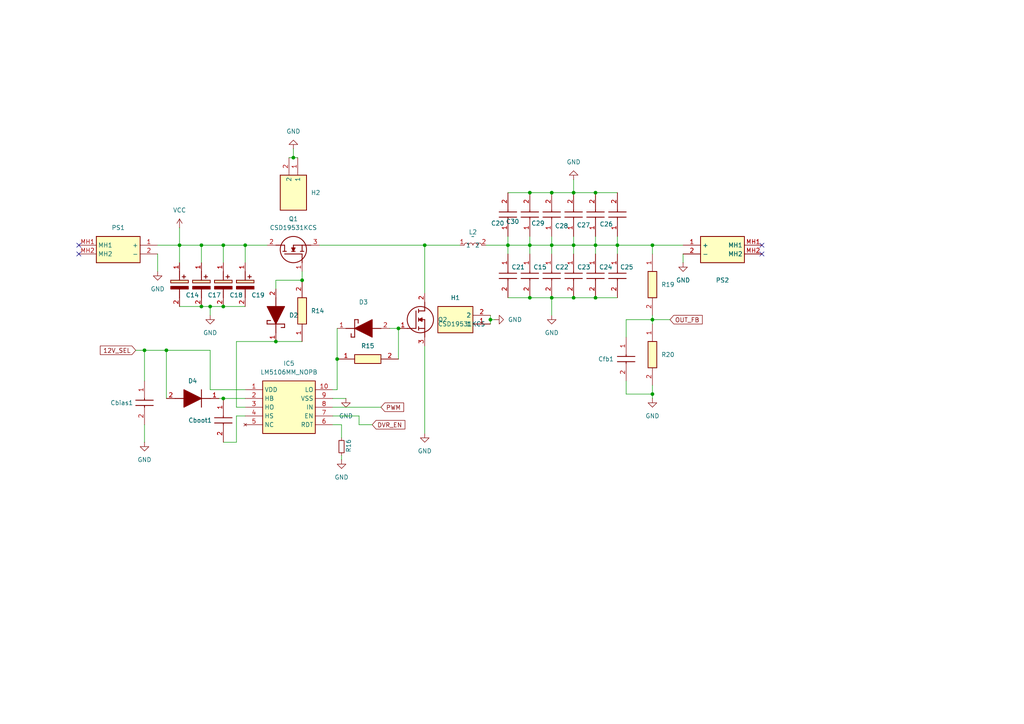
<source format=kicad_sch>
(kicad_sch (version 20250114) (generator "eeschema") (generator_version "9.0")
  (paper "A4")
  (lib_symbols
    (symbol "Device:R_Small" (pin_numbers (hide yes)) (pin_names (offset 0.254) (hide yes))
      (property "Reference" "R" (at 0.762 0.508 0))
      (property "Value" "R_Small" (at 0.762 -1.016 0))
      (symbol "R_Small_0_1"
        (rectangle (start -0.762 1.778) (end 0.762 -1.778) (stroke (width 0.2032)))
      )
      (symbol "R_Small_1_1"
        (pin passive line (at 0 2.54 270) (length 0.762) (name "~") (number "1"))
        (pin passive line (at 0 -2.54 90) (length 0.762) (name "~") (number "2"))
      )
    )
    (symbol "SamacSys_Parts:657-15ABPE"
      (property "Reference" "H" (at 16.51 7.62 0))
      (property "Value" "657-15ABPE" (at 16.51 5.08 0))
      (symbol "657-15ABPE_1_1"
        (rectangle (start 5.08 2.54) (end 15.24 -5.08) (stroke (width 0.254)) (fill (type background)))
        (pin passive line (at 0 0 0) (length 5.08) (name "1") (number "1"))
        (pin passive line (at 0 -2.54 0) (length 5.08) (name "2") (number "2"))
      )
    )
    (symbol "SamacSys_Parts:BAT46W-7-F" (pin_names (hide yes))
      (property "Reference" "D" (at 11.43 5.08 0))
      (property "Value" "BAT46W-7-F" (at 11.43 2.54 0))
      (symbol "BAT46W-7-F_1_1"
        (polyline (pts (xy 2.54 0) (xy 5.08 0)) (stroke (width 0.254)))
        (polyline (pts (xy 5.08 2.54) (xy 5.08 -2.54)) (stroke (width 0.254)))
        (polyline (pts (xy 5.08 0) (xy 10.16 2.54) (xy 10.16 -2.54) (xy 5.08 0)) (stroke (width 0.254)) (fill (type outline)))
        (polyline (pts (xy 10.16 0) (xy 12.7 0)) (stroke (width 0.254)))
        (pin passive line (at 0 0 0) (length 2.54) (name "K") (number "1"))
        (pin passive line (at 15.24 0 180) (length 2.54) (name "A") (number "2"))
      )
    )
    (symbol "SamacSys_Parts:CL21A475KBQNNNE" (pin_names (hide yes))
      (property "Reference" "C" (at 8.89 6.35 0))
      (property "Value" "CL21A475KBQNNNE" (at 8.89 3.81 0))
      (symbol "CL21A475KBQNNNE_1_1"
        (polyline (pts (xy 5.08 0) (xy 5.588 0)) (stroke (width 0.254)))
        (polyline (pts (xy 5.588 2.54) (xy 5.588 -2.54)) (stroke (width 0.254)))
        (polyline (pts (xy 7.112 2.54) (xy 7.112 -2.54)) (stroke (width 0.254)))
        (polyline (pts (xy 7.112 0) (xy 7.62 0)) (stroke (width 0.254)))
        (pin passive line (at 0 0 0) (length 5.08) (name "1") (number "1"))
        (pin passive line (at 12.7 0 180) (length 5.08) (name "2") (number "2"))
      )
    )
    (symbol "SamacSys_Parts:CL31A106KBHNNNE" (pin_names (hide yes))
      (property "Reference" "C" (at 8.89 6.35 0))
      (property "Value" "CL31A106KBHNNNE" (at 8.89 3.81 0))
      (symbol "CL31A106KBHNNNE_1_1"
        (polyline (pts (xy 5.08 0) (xy 5.588 0)) (stroke (width 0.254)))
        (polyline (pts (xy 5.588 2.54) (xy 5.588 -2.54)) (stroke (width 0.254)))
        (polyline (pts (xy 7.112 2.54) (xy 7.112 -2.54)) (stroke (width 0.254)))
        (polyline (pts (xy 7.112 0) (xy 7.62 0)) (stroke (width 0.254)))
        (pin passive line (at 0 0 0) (length 5.08) (name "1") (number "1"))
        (pin passive line (at 12.7 0 180) (length 5.08) (name "2") (number "2"))
      )
    )
    (symbol "SamacSys_Parts:CSD19531KCS" (pin_names (hide yes))
      (property "Reference" "Q" (at 11.43 3.81 0))
      (property "Value" "CSD19531KCS" (at 11.43 1.27 0))
      (symbol "CSD19531KCS_1_1"
        (polyline (pts (xy 2.54 0) (xy 5.08 0)) (stroke (width 0.254)))
        (polyline (pts (xy 5.08 5.08) (xy 5.08 0)) (stroke (width 0.254)))
        (polyline (pts (xy 5.842 5.588) (xy 5.842 4.572)) (stroke (width 0.254)))
        (polyline (pts (xy 5.842 2.54) (xy 6.858 3.048) (xy 6.858 2.032) (xy 5.842 2.54)) (stroke (width 0.254)) (fill (type outline)))
        (polyline (pts (xy 5.842 2.032) (xy 5.842 3.048)) (stroke (width 0.254)))
        (polyline (pts (xy 5.842 0) (xy 7.62 0)) (stroke (width 0.254)))
        (polyline (pts (xy 5.842 -0.508) (xy 5.842 0.508)) (stroke (width 0.254)))
        (circle (center 6.35 2.54) (radius 3.81) (stroke (width 0.254)))
        (polyline (pts (xy 7.62 5.08) (xy 5.842 5.08)) (stroke (width 0.254)))
        (polyline (pts (xy 7.62 5.08) (xy 7.62 7.62)) (stroke (width 0.254)))
        (polyline (pts (xy 7.62 2.54) (xy 5.842 2.54)) (stroke (width 0.254)))
        (polyline (pts (xy 7.62 2.54) (xy 7.62 -2.54)) (stroke (width 0.254)))
        (pin passive line (at 0 0 0) (length 2.54) (name "G") (number "1"))
        (pin passive line (at 7.62 10.16 270) (length 2.54) (name "D") (number "2"))
        (pin passive line (at 7.62 -5.08 90) (length 2.54) (name "S") (number "3"))
      )
    )
    (symbol "SamacSys_Parts:ERJ6ENF4533V" (pin_names (hide yes))
      (property "Reference" "R" (at 13.97 6.35 0))
      (property "Value" "ERJ6ENF4533V" (at 13.97 3.81 0))
      (symbol "ERJ6ENF4533V_1_1"
        (rectangle (start 5.08 1.27) (end 12.7 -1.27) (stroke (width 0.254)) (fill (type background)))
        (pin passive line (at 0 0 0) (length 5.08) (name "1") (number "1"))
        (pin passive line (at 17.78 0 180) (length 5.08) (name "2") (number "2"))
      )
    )
    (symbol "SamacSys_Parts:ERJ8BQF6R2V" (pin_names (hide yes))
      (property "Reference" "R" (at 13.97 6.35 0))
      (property "Value" "ERJ8BQF6R2V" (at 13.97 3.81 0))
      (symbol "ERJ8BQF6R2V_1_1"
        (rectangle (start 5.08 1.27) (end 12.7 -1.27) (stroke (width 0.254)) (fill (type background)))
        (pin passive line (at 0 0 0) (length 5.08) (name "1") (number "1"))
        (pin passive line (at 17.78 0 180) (length 5.08) (name "2") (number "2"))
      )
    )
    (symbol "SamacSys_Parts:GYC1V271MCQ1GS" (pin_names (hide yes))
      (property "Reference" "C" (at 8.89 6.35 0))
      (property "Value" "GYC1V271MCQ1GS" (at 8.89 3.81 0))
      (symbol "GYC1V271MCQ1GS_1_1"
        (polyline (pts (xy 5.08 0) (xy 5.588 0)) (stroke (width 0.254)))
        (polyline (pts (xy 5.588 2.54) (xy 5.588 -2.54)) (stroke (width 0.254)))
        (polyline (pts (xy 7.112 2.54) (xy 7.112 -2.54)) (stroke (width 0.254)))
        (polyline (pts (xy 7.112 0) (xy 7.62 0)) (stroke (width 0.254)))
        (pin passive line (at 0 0 0) (length 5.08) (name "+") (number "1"))
        (pin passive line (at 12.7 0 180) (length 5.08) (name "-") (number "2"))
      )
    )
    (symbol "SamacSys_Parts:LM5106MM_NOPB"
      (property "Reference" "IC" (at 21.59 7.62 0))
      (property "Value" "LM5106MM_NOPB" (at 21.59 5.08 0))
      (symbol "LM5106MM_NOPB_1_1"
        (rectangle (start 5.08 2.54) (end 20.32 -12.7) (stroke (width 0.254)) (fill (type background)))
        (pin passive line (at 0 0 0) (length 5.08) (name "VDD") (number "1"))
        (pin passive line (at 0 -2.54 0) (length 5.08) (name "HB") (number "2"))
        (pin passive line (at 0 -5.08 0) (length 5.08) (name "HO") (number "3"))
        (pin passive line (at 0 -7.62 0) (length 5.08) (name "HS") (number "4"))
        (pin no_connect line (at 0 -10.16 0) (length 5.08) (name "NC") (number "5"))
        (pin passive line (at 25.4 0 180) (length 5.08) (name "LO") (number "10"))
        (pin passive line (at 25.4 -2.54 180) (length 5.08) (name "VSS") (number "9"))
        (pin passive line (at 25.4 -5.08 180) (length 5.08) (name "IN") (number "8"))
        (pin passive line (at 25.4 -7.62 180) (length 5.08) (name "EN") (number "7"))
        (pin passive line (at 25.4 -10.16 180) (length 5.08) (name "RDT") (number "6"))
      )
    )
    (symbol "SamacSys_Parts:SS14_R1_00001" (pin_names (hide yes))
      (property "Reference" "D" (at 12.7 8.89 0))
      (property "Value" "SS14_R1_00001" (at 12.7 6.35 0))
      (symbol "SS14_R1_00001_1_1"
        (polyline (pts (xy 5.08 0) (xy 7.62 0)) (stroke (width 0.254)))
        (polyline (pts (xy 6.604 -1.524) (xy 6.604 -2.54)) (stroke (width 0.254)))
        (polyline (pts (xy 7.62 2.54) (xy 7.62 -2.54)) (stroke (width 0.254)))
        (polyline (pts (xy 7.62 2.54) (xy 8.636 2.54)) (stroke (width 0.254)))
        (polyline (pts (xy 7.62 0) (xy 12.7 2.54) (xy 12.7 -2.54) (xy 7.62 0)) (stroke (width 0.254)) (fill (type outline)))
        (polyline (pts (xy 7.62 -2.54) (xy 6.604 -2.54)) (stroke (width 0.254)))
        (polyline (pts (xy 8.636 1.524) (xy 8.636 2.54)) (stroke (width 0.254)))
        (polyline (pts (xy 12.7 0) (xy 15.24 0)) (stroke (width 0.254)))
        (pin passive line (at 2.54 0 0) (length 2.54) (name "K") (number "1"))
        (pin passive line (at 17.78 0 180) (length 2.54) (name "A") (number "2"))
      )
    )
    (symbol "SamacSys_Parts:UCS2C221MHD" (pin_names (hide yes))
      (property "Reference" "C" (at 8.89 6.35 0))
      (property "Value" "UCS2C221MHD" (at 8.89 3.81 0))
      (symbol "UCS2C221MHD_1_1"
        (polyline (pts (xy 2.54 0) (xy 5.08 0)) (stroke (width 0.254)))
        (polyline (pts (xy 4.064 1.778) (xy 4.064 0.762)) (stroke (width 0.254)))
        (polyline (pts (xy 4.572 1.27) (xy 3.556 1.27)) (stroke (width 0.254)))
        (rectangle (start 5.08 2.54) (end 5.842 -2.54) (stroke (width 0.254)) (fill (type background)))
        (polyline (pts (xy 7.62 2.54) (xy 7.62 -2.54) (xy 6.858 -2.54) (xy 6.858 2.54) (xy 7.62 2.54)) (stroke (width 0.254)) (fill (type outline)))
        (polyline (pts (xy 7.62 0) (xy 10.16 0)) (stroke (width 0.254)))
        (pin passive line (at 0 0 0) (length 2.54) (name "+") (number "1"))
        (pin passive line (at 12.7 0 180) (length 2.54) (name "-") (number "2"))
      )
    )
    (symbol "SamacSys_Parts:XT60PW-M"
      (property "Reference" "PS" (at 19.05 7.62 0))
      (property "Value" "XT60PW-M" (at 19.05 5.08 0))
      (symbol "XT60PW-M_1_1"
        (rectangle (start 5.08 2.54) (end 17.78 -5.08) (stroke (width 0.254)) (fill (type background)))
        (pin passive line (at 0 0 0) (length 5.08) (name "MH1") (number "MH1"))
        (pin passive line (at 0 -2.54 0) (length 5.08) (name "MH2") (number "MH2"))
        (pin passive line (at 22.86 0 180) (length 5.08) (name "+") (number "1"))
        (pin passive line (at 22.86 -2.54 180) (length 5.08) (name "-") (number "2"))
      )
    )
    (symbol "SamacSys_Parts:cewka"
      (property "Reference" "L" (at 0 0 0))
      (symbol "cewka_0_1"
        (arc (start -2.54 -2.54) (mid -1.905 -1.9077) (end -1.27 -2.54))
        (arc (start -1.27 -2.54) (mid -0.635 -1.9077) (end 0 -2.54))
        (arc (start 0 -2.54) (mid 0.635 -1.9077) (end 1.27 -2.54))
        (arc (start 1.27 -2.54) (mid 1.905 -1.9077) (end 2.54 -2.54))
      )
      (symbol "cewka_1_1"
        (pin passive line (at -3.81 -2.54 0) (length 1.27) (name "1") (number "1"))
        (pin passive line (at 3.81 -2.54 180) (length 1.27) (name "2") (number "2"))
      )
    )
    (symbol "power:GND" (power) (pin_numbers (hide yes)) (pin_names (offset 0) (hide yes))
      (property "Value" "GND" (at 0 -3.81 0))
      (symbol "GND_0_1"
        (polyline (pts (xy 0 0) (xy 0 -1.27) (xy 1.27 -1.27) (xy 0 -2.54) (xy -1.27 -1.27) (xy 0 -1.27)))
      )
      (symbol "GND_1_1"
        (pin power_in line (at 0 0 270) (length 0) (name "~") (number "1"))
      )
    )
    (symbol "power:VCC" (power) (pin_numbers (hide yes)) (pin_names (offset 0) (hide yes))
      (property "Value" "VCC" (at 0 3.556 0))
      (symbol "VCC_0_1"
        (polyline (pts (xy -0.762 1.27) (xy 0 2.54)))
        (polyline (pts (xy 0 2.54) (xy 0.762 1.27)))
        (polyline (pts (xy 0 0) (xy 0 2.54)))
      )
      (symbol "VCC_1_1"
        (pin power_in line (at 0 0 90) (length 0) (name "~") (number "1"))
      )
    )
  )
  (junction (at 142.24 92.71))
  (junction (at 189.23 71.12))
  (junction (at 153.67 86.36))
  (junction (at 52.07 71.12))
  (junction (at 85.09 45.72))
  (junction (at 60.96 88.9))
  (junction (at 172.72 86.36))
  (junction (at 97.79 104.14))
  (junction (at 160.02 55.88))
  (junction (at 189.23 92.71))
  (junction (at 166.37 71.12))
  (junction (at 189.23 114.3))
  (junction (at 41.91 101.6))
  (junction (at 64.77 115.57))
  (junction (at 64.77 71.12))
  (junction (at 160.02 71.12))
  (junction (at 64.77 88.9))
  (junction (at 58.42 71.12))
  (junction (at 48.26 101.6))
  (junction (at 179.07 71.12))
  (junction (at 87.63 81.28))
  (junction (at 147.32 71.12))
  (junction (at 153.67 71.12))
  (junction (at 172.72 55.88))
  (junction (at 172.72 71.12))
  (junction (at 123.19 71.12))
  (junction (at 58.42 88.9))
  (junction (at 115.57 95.25))
  (junction (at 71.12 71.12))
  (junction (at 160.02 86.36))
  (junction (at 153.67 55.88))
  (junction (at 166.37 86.36))
  (junction (at 166.37 55.88))
  (junction (at 80.01 99.06))
  (no_connect (at 22.86 73.66))
  (no_connect (at 220.98 73.66))
  (no_connect (at 220.98 71.12))
  (no_connect (at 22.86 71.12))
  (wire (pts (xy 87.63 78.74) (xy 87.63 81.28)))
  (wire (pts (xy 172.72 71.12) (xy 172.72 73.66)))
  (wire (pts (xy 96.52 118.11) (xy 110.49 118.11)))
  (wire (pts (xy 160.02 86.36) (xy 160.02 91.44)))
  (wire (pts (xy 123.19 71.12) (xy 133.35 71.12)))
  (wire (pts (xy 52.07 71.12) (xy 58.42 71.12)))
  (wire (pts (xy 166.37 52.07) (xy 166.37 55.88)))
  (wire (pts (xy 60.96 113.03) (xy 71.12 113.03)))
  (wire (pts (xy 160.02 71.12) (xy 160.02 73.66)))
  (wire (pts (xy 39.37 101.6) (xy 41.91 101.6)))
  (wire (pts (xy 153.67 71.12) (xy 153.67 73.66)))
  (wire (pts (xy 153.67 86.36) (xy 160.02 86.36)))
  (wire (pts (xy 166.37 86.36) (xy 172.72 86.36)))
  (wire (pts (xy 147.32 71.12) (xy 147.32 68.58)))
  (wire (pts (xy 85.09 45.72) (xy 86.36 45.72)))
  (wire (pts (xy 179.07 71.12) (xy 189.23 71.12)))
  (wire (pts (xy 71.12 118.11) (xy 68.58 118.11)))
  (wire (pts (xy 80.01 99.06) (xy 87.63 99.06)))
  (wire (pts (xy 140.97 71.12) (xy 147.32 71.12)))
  (wire (pts (xy 97.79 95.25) (xy 97.79 104.14)))
  (wire (pts (xy 60.96 101.6) (xy 60.96 113.03)))
  (wire (pts (xy 142.24 92.71) (xy 143.51 92.71)))
  (wire (pts (xy 147.32 55.88) (xy 153.67 55.88)))
  (wire (pts (xy 179.07 68.58) (xy 179.07 71.12)))
  (wire (pts (xy 60.96 88.9) (xy 60.96 91.44)))
  (wire (pts (xy 41.91 128.27) (xy 41.91 123.19)))
  (wire (pts (xy 68.58 99.06) (xy 68.58 118.11)))
  (wire (pts (xy 58.42 71.12) (xy 58.42 76.2)))
  (wire (pts (xy 153.67 68.58) (xy 153.67 71.12)))
  (wire (pts (xy 160.02 55.88) (xy 166.37 55.88)))
  (wire (pts (xy 115.57 104.14) (xy 115.57 95.25)))
  (wire (pts (xy 160.02 71.12) (xy 166.37 71.12)))
  (wire (pts (xy 104.14 123.19) (xy 104.14 120.65)))
  (wire (pts (xy 198.12 76.2) (xy 198.12 73.66)))
  (wire (pts (xy 142.24 92.71) (xy 142.24 93.98)))
  (wire (pts (xy 92.71 71.12) (xy 123.19 71.12)))
  (wire (pts (xy 172.72 86.36) (xy 179.07 86.36)))
  (wire (pts (xy 181.61 92.71) (xy 189.23 92.71)))
  (wire (pts (xy 142.24 91.44) (xy 142.24 92.71)))
  (wire (pts (xy 52.07 88.9) (xy 58.42 88.9)))
  (wire (pts (xy 104.14 120.65) (xy 96.52 120.65)))
  (wire (pts (xy 64.77 128.27) (xy 68.58 128.27)))
  (wire (pts (xy 48.26 101.6) (xy 48.26 115.57)))
  (wire (pts (xy 64.77 71.12) (xy 64.77 76.2)))
  (wire (pts (xy 172.72 55.88) (xy 179.07 55.88)))
  (wire (pts (xy 160.02 86.36) (xy 166.37 86.36)))
  (wire (pts (xy 96.52 123.19) (xy 99.06 123.19)))
  (wire (pts (xy 60.96 88.9) (xy 64.77 88.9)))
  (wire (pts (xy 166.37 68.58) (xy 166.37 71.12)))
  (wire (pts (xy 104.14 123.19) (xy 107.95 123.19)))
  (wire (pts (xy 71.12 71.12) (xy 77.47 71.12)))
  (wire (pts (xy 123.19 71.12) (xy 123.19 85.09)))
  (wire (pts (xy 64.77 115.57) (xy 71.12 115.57)))
  (wire (pts (xy 189.23 114.3) (xy 189.23 111.76)))
  (wire (pts (xy 96.52 115.57) (xy 100.33 115.57)))
  (wire (pts (xy 52.07 66.04) (xy 52.07 71.12)))
  (wire (pts (xy 97.79 104.14) (xy 97.79 113.03)))
  (wire (pts (xy 41.91 101.6) (xy 41.91 110.49)))
  (wire (pts (xy 45.72 71.12) (xy 52.07 71.12)))
  (wire (pts (xy 181.61 114.3) (xy 189.23 114.3)))
  (wire (pts (xy 189.23 92.71) (xy 194.31 92.71)))
  (wire (pts (xy 166.37 71.12) (xy 172.72 71.12)))
  (wire (pts (xy 52.07 71.12) (xy 52.07 76.2)))
  (wire (pts (xy 99.06 123.19) (xy 99.06 127)))
  (wire (pts (xy 172.72 71.12) (xy 179.07 71.12)))
  (wire (pts (xy 147.32 86.36) (xy 153.67 86.36)))
  (wire (pts (xy 147.32 71.12) (xy 147.32 73.66)))
  (wire (pts (xy 45.72 78.74) (xy 45.72 73.66)))
  (wire (pts (xy 189.23 71.12) (xy 189.23 73.66)))
  (wire (pts (xy 48.26 101.6) (xy 60.96 101.6)))
  (wire (pts (xy 68.58 99.06) (xy 80.01 99.06)))
  (wire (pts (xy 147.32 71.12) (xy 153.67 71.12)))
  (wire (pts (xy 58.42 88.9) (xy 60.96 88.9)))
  (wire (pts (xy 123.19 100.33) (xy 123.19 125.73)))
  (wire (pts (xy 166.37 55.88) (xy 172.72 55.88)))
  (wire (pts (xy 160.02 68.58) (xy 160.02 71.12)))
  (wire (pts (xy 63.5 115.57) (xy 64.77 115.57)))
  (wire (pts (xy 80.01 83.82) (xy 80.01 81.28)))
  (wire (pts (xy 64.77 88.9) (xy 71.12 88.9)))
  (wire (pts (xy 80.01 81.28) (xy 87.63 81.28)))
  (wire (pts (xy 166.37 71.12) (xy 166.37 73.66)))
  (wire (pts (xy 97.79 113.03) (xy 96.52 113.03)))
  (wire (pts (xy 68.58 120.65) (xy 68.58 128.27)))
  (wire (pts (xy 189.23 71.12) (xy 198.12 71.12)))
  (wire (pts (xy 189.23 91.44) (xy 189.23 92.71)))
  (wire (pts (xy 179.07 71.12) (xy 179.07 73.66)))
  (wire (pts (xy 153.67 55.88) (xy 160.02 55.88)))
  (wire (pts (xy 181.61 97.79) (xy 181.61 92.71)))
  (wire (pts (xy 41.91 101.6) (xy 48.26 101.6)))
  (wire (pts (xy 85.09 43.18) (xy 85.09 45.72)))
  (wire (pts (xy 71.12 71.12) (xy 71.12 76.2)))
  (wire (pts (xy 71.12 120.65) (xy 68.58 120.65)))
  (wire (pts (xy 172.72 68.58) (xy 172.72 71.12)))
  (wire (pts (xy 83.82 45.72) (xy 85.09 45.72)))
  (wire (pts (xy 189.23 115.57) (xy 189.23 114.3)))
  (wire (pts (xy 99.06 133.35) (xy 99.06 132.08)))
  (wire (pts (xy 64.77 71.12) (xy 71.12 71.12)))
  (wire (pts (xy 189.23 92.71) (xy 189.23 93.98)))
  (wire (pts (xy 58.42 71.12) (xy 64.77 71.12)))
  (wire (pts (xy 113.03 95.25) (xy 115.57 95.25)))
  (wire (pts (xy 181.61 110.49) (xy 181.61 114.3)))
  (wire (pts (xy 153.67 71.12) (xy 160.02 71.12)))
  (global_label "OUT_FB" (shape input) (at 194.31 92.71 0) (property "Intersheetrefs" "${INTERSHEET_REFS}" (effects (hide yes))))
  (global_label "PWM" (shape input) (at 110.49 118.11 0) (property "Intersheetrefs" "${INTERSHEET_REFS}" (effects (hide yes))))
  (global_label "12V_SEL" (shape input) (at 39.37 101.6 180) (property "Intersheetrefs" "${INTERSHEET_REFS}" (effects (hide yes))))
  (global_label "DVR_EN" (shape input) (at 107.95 123.19 0) (property "Intersheetrefs" "${INTERSHEET_REFS}" (effects (hide yes))))
  (symbol (lib_id "power:GND") (at 41.91 128.27 0) (unit 1)
    (property "Reference" "#PWR055" (effects (hide yes)))
    (property "Value" "GND" (at 41.91 133.35 0))
    (property "Description" "Power symbol creates a global label with name \"GND\" , ground" (effects (hide yes)))
  )
  (symbol (lib_id "SamacSys_Parts:CSD19531KCS") (at 87.63 78.74 90) (unit 1)
    (property "Reference" "Q1" (at 85.09 63.5 90))
    (property "Value" "CSD19531KCS" (at 85.09 66.04 90))
    (property "Footprint" "TO254P470X1016X1965-3P" (effects (hide yes)))
    (property "Datasheet" "http://www.ti.com/lit/gpn/csd19531kcs" (effects (hide yes)))
    (property "Description" "Texas Instruments CSD19531KCS N-channel MOSFET Transistor, 110 A, 100 V, 3-Pin TO-220" (effects (hide yes)))
    (property "Height" "4.7" (effects (hide yes)))
    (property "Manufacturer_Name" "Texas Instruments" (effects (hide yes)))
    (property "Manufacturer_Part_Number" "CSD19531KCS" (effects (hide yes)))
  )
  (symbol (lib_id "SamacSys_Parts:657-15ABPE") (at 142.24 93.98 180) (unit 1)
    (property "Reference" "H1" (at 132.08 86.36 0))
    (property "Value" "657-15ABPE" (effects (hide yes)))
    (property "Footprint" "65715ABPE" (effects (hide yes)))
    (property "Datasheet" "http://www.wakefield-vette.com/Portals/0/resources/datasheets/657.pdf" (effects (hide yes)))
    (property "Description" "Heat Sinks High Performance Heat Sink for Vertical Board Mounting for TO-220, TO-227, TO-218, 63.5mm Height" (effects (hide yes)))
    (property "Height" "38.1" (effects (hide yes)))
    (property "Manufacturer_Name" "Wakefield Thermal" (effects (hide yes)))
    (property "Manufacturer_Part_Number" "657-15ABPE" (effects (hide yes)))
  )
  (symbol (lib_id "SamacSys_Parts:SS14_R1_00001") (at 95.25 95.25 0) (unit 1)
    (property "Reference" "D3" (at 105.41 87.63 0))
    (property "Value" "SS14_R1_00001" (effects (hide yes)))
    (property "Footprint" "DIOM5027X244N" (effects (hide yes)))
    (property "Datasheet" "https://www.mouser.co.uk/datasheet/2/1057/SS12_SERIES-1877093.pdf" (effects (hide yes)))
    (property "Description" "Schottky Diodes & Rectifiers PJ/SS14/TR/7\"/HF/1.8K/SMA/SKY/SMD/SSM-10AH/SSM10-QI11/PJ///" (effects (hide yes)))
    (property "Height" "2.44" (effects (hide yes)))
    (property "Manufacturer_Name" "PANJIT" (effects (hide yes)))
    (property "Manufacturer_Part_Number" "SS14_R1_00001" (effects (hide yes)))
  )
  (symbol (lib_id "power:GND") (at 45.72 78.74 0) (unit 1)
    (property "Reference" "#PWR054" (effects (hide yes)))
    (property "Value" "GND" (at 45.72 83.82 0))
    (property "Description" "Power symbol creates a global label with name \"GND\" , ground" (effects (hide yes)))
  )
  (symbol (lib_id "SamacSys_Parts:UCS2C221MHD") (at 71.12 76.2 270) (unit 1)
    (property "Reference" "C19" (at 72.898 85.598 90) (effects (justify left)))
    (property "Value" "UCS2C221MHD" (effects (hide yes)))
    (property "Footprint" "CAPPRD750W80D1600H2650" (effects (hide yes)))
    (property "Datasheet" "http://products.nichicon.co.jp/en/pdf/XJA043/e-ucs.pdf" (effects (hide yes)))
    (property "Description" "Al cap Radial CS series 160V 220uF Nichicon Aluminium Electrolytic Capacitor 220uF 160 V dc 16mm Through Hole series CS lifetime 10000h" (effects (hide yes)))
    (property "Height" "26.5" (effects (hide yes)))
    (property "Manufacturer_Name" "Nichicon" (effects (hide yes)))
    (property "Manufacturer_Part_Number" "UCS2C221MHD" (effects (hide yes)))
  )
  (symbol (lib_id "SamacSys_Parts:CL31A106KBHNNNE") (at 172.72 68.58 90) (unit 1)
    (property "Reference" "C27" (at 171.196 65.278 90) (effects (justify left)))
    (property "Value" "CL31A106KBHNNNE" (effects (hide yes)))
    (property "Footprint" "CAPC3216X180N" (effects (hide yes)))
    (property "Datasheet" "https://datasheet.datasheetarchive.com/originals/distributors/Datasheets_SAMA/08745f6325ae1679773301b11fb0567f.pdf" (effects (hide yes)))
    (property "Description" "Samsung Multi-layer Ceramic Capacitor, 1206, 10uF, 50V" (effects (hide yes)))
    (property "Height" "1.8" (effects (hide yes)))
    (property "Manufacturer_Name" "SAMSUNG" (effects (hide yes)))
    (property "Manufacturer_Part_Number" "CL31A106KBHNNNE" (effects (hide yes)))
  )
  (symbol (lib_id "SamacSys_Parts:XT60PW-M") (at 220.98 71.12 0) (mirror y) (unit 1)
    (property "Reference" "PS2" (at 209.55 81.28 0))
    (property "Value" "XT60PW-M" (effects (hide yes)))
    (property "Footprint" "XT60PWM" (effects (hide yes)))
    (property "Datasheet" "https://www.tme.eu/Document/b13629717d44ae038681dba08d18c0b6/XT60PW-M.pdf" (effects (hide yes)))
    (property "Description" "Socket; DC supply; XT60; male; PIN: 2; on PCBs; THT; yellow; 30A; 500V" (effects (hide yes)))
    (property "Height" "8.4" (effects (hide yes)))
    (property "Manufacturer_Name" "Changzhou Amass Elec" (effects (hide yes)))
    (property "Manufacturer_Part_Number" "XT60PW-M" (effects (hide yes)))
  )
  (symbol (lib_id "SamacSys_Parts:CL31A106KBHNNNE") (at 179.07 68.58 90) (unit 1)
    (property "Reference" "C26" (at 177.8 65.024 90) (effects (justify left)))
    (property "Value" "CL31A106KBHNNNE" (effects (hide yes)))
    (property "Footprint" "CAPC3216X180N" (effects (hide yes)))
    (property "Datasheet" "https://datasheet.datasheetarchive.com/originals/distributors/Datasheets_SAMA/08745f6325ae1679773301b11fb0567f.pdf" (effects (hide yes)))
    (property "Description" "Samsung Multi-layer Ceramic Capacitor, 1206, 10uF, 50V" (effects (hide yes)))
    (property "Height" "1.8" (effects (hide yes)))
    (property "Manufacturer_Name" "SAMSUNG" (effects (hide yes)))
    (property "Manufacturer_Part_Number" "CL31A106KBHNNNE" (effects (hide yes)))
  )
  (symbol (lib_id "power:GND") (at 198.12 76.2 0) (unit 1)
    (property "Reference" "#PWR053" (effects (hide yes)))
    (property "Value" "GND" (at 198.12 81.28 0))
    (property "Description" "Power symbol creates a global label with name \"GND\" , ground" (effects (hide yes)))
  )
  (symbol (lib_id "power:VCC") (at 52.07 66.04 0) (unit 1)
    (property "Reference" "#PWR057" (effects (hide yes)))
    (property "Value" "VCC" (at 52.07 60.96 0))
    (property "Description" "Power symbol creates a global label with name \"VCC\"" (effects (hide yes)))
  )
  (symbol (lib_id "SamacSys_Parts:UCS2C221MHD") (at 58.42 76.2 270) (unit 1)
    (property "Reference" "C17" (at 60.198 85.598 90) (effects (justify left)))
    (property "Value" "UCS2C221MHD" (effects (hide yes)))
    (property "Footprint" "CAPPRD750W80D1600H2650" (effects (hide yes)))
    (property "Datasheet" "http://products.nichicon.co.jp/en/pdf/XJA043/e-ucs.pdf" (effects (hide yes)))
    (property "Description" "Al cap Radial CS series 160V 220uF Nichicon Aluminium Electrolytic Capacitor 220uF 160 V dc 16mm Through Hole series CS lifetime 10000h" (effects (hide yes)))
    (property "Height" "26.5" (effects (hide yes)))
    (property "Manufacturer_Name" "Nichicon" (effects (hide yes)))
    (property "Manufacturer_Part_Number" "UCS2C221MHD" (effects (hide yes)))
  )
  (symbol (lib_id "Device:R_Small") (at 99.06 129.54 0) (unit 1)
    (property "Reference" "R16" (at 101.092 129.286 90))
    (property "Value" "10k" (effects (hide yes)))
    (property "Footprint" "Resistor_SMD:R_0805_2012Metric_Pad1.20x1.40mm_HandSolder" (effects (hide yes)))
    (property "Description" "Resistor, small symbol" (effects (hide yes)))
  )
  (symbol (lib_id "power:GND") (at 189.23 115.57 0) (unit 1)
    (property "Reference" "#PWR052" (effects (hide yes)))
    (property "Value" "GND" (at 189.23 120.65 0))
    (property "Description" "Power symbol creates a global label with name \"GND\" , ground" (effects (hide yes)))
  )
  (symbol (lib_id "SamacSys_Parts:ERJ6ENF4533V") (at 189.23 73.66 270) (unit 1)
    (property "Reference" "R19" (at 191.77 82.5499 90) (effects (justify left)))
    (property "Value" "ERJ6ENF4533V" (effects (hide yes)))
    (property "Footprint" "ERJ6ENF1000V" (effects (hide yes)))
    (property "Description" "PANASONIC - ERJ6ENF4533V - RES, 453K, 1%, 0.125W, 0805, THICK FILM" (effects (hide yes)))
    (property "Height" "0.7" (effects (hide yes)))
    (property "Manufacturer_Name" "Panasonic" (effects (hide yes)))
    (property "Manufacturer_Part_Number" "ERJ6ENF4533V" (effects (hide yes)))
  )
  (symbol (lib_id "SamacSys_Parts:GYC1V271MCQ1GS") (at 147.32 68.58 90) (unit 1)
    (property "Reference" "C20" (at 146.304 64.77 90) (effects (justify left)))
    (property "Value" "GYC1V271MCQ1GS" (effects (hide yes)))
    (property "Footprint" "CAPAE1030X1080N" (effects (hide yes)))
    (property "Datasheet" "https://www.nichicon.co.jp/english/series_items/catalog_pdf/e-gyc.pdf" (effects (hide yes)))
    (property "Description" "Aluminum Organic Polymer Capacitors 35VDC 270uF 20% AEC-Q200" (effects (hide yes)))
    (property "Height" "10.8" (effects (hide yes)))
    (property "Manufacturer_Name" "Nichicon" (effects (hide yes)))
    (property "Manufacturer_Part_Number" "GYC1V271MCQ1GS" (effects (hide yes)))
  )
  (symbol (lib_id "power:GND") (at 99.06 133.35 0) (unit 1)
    (property "Reference" "#PWR049" (effects (hide yes)))
    (property "Value" "GND" (at 99.06 138.43 0))
    (property "Description" "Power symbol creates a global label with name \"GND\" , ground" (effects (hide yes)))
  )
  (symbol (lib_id "SamacSys_Parts:XT60PW-M") (at 22.86 71.12 0) (unit 1)
    (property "Reference" "PS1" (at 34.29 66.04 0))
    (property "Value" "XT60PW-M" (effects (hide yes)))
    (property "Footprint" "XT60PWM" (effects (hide yes)))
    (property "Datasheet" "https://www.tme.eu/Document/b13629717d44ae038681dba08d18c0b6/XT60PW-M.pdf" (effects (hide yes)))
    (property "Description" "Socket; DC supply; XT60; male; PIN: 2; on PCBs; THT; yellow; 30A; 500V" (effects (hide yes)))
    (property "Height" "8.4" (effects (hide yes)))
    (property "Manufacturer_Name" "Changzhou Amass Elec" (effects (hide yes)))
    (property "Manufacturer_Part_Number" "XT60PW-M" (effects (hide yes)))
  )
  (symbol (lib_id "SamacSys_Parts:ERJ8BQF6R2V") (at 87.63 99.06 90) (unit 1)
    (property "Reference" "R14" (at 90.17 90.1699 90) (effects (justify right)))
    (property "Value" "ERJ8BQF6R2V" (effects (hide yes)))
    (property "Footprint" "RESC3116X70N" (effects (hide yes)))
    (property "Description" "Panasonic ERJ8BQ Series Thick Film Low Ohmic Surface Mount Resistor 1206 Case 6.2 +/-1% 0.33W +/-200ppm/C" (effects (hide yes)))
    (property "Height" "0.7" (effects (hide yes)))
    (property "Manufacturer_Name" "Panasonic" (effects (hide yes)))
    (property "Manufacturer_Part_Number" "ERJ8BQF6R2V" (effects (hide yes)))
  )
  (symbol (lib_id "SamacSys_Parts:UCS2C221MHD") (at 64.77 76.2 270) (unit 1)
    (property "Reference" "C18" (at 66.548 85.598 90) (effects (justify left)))
    (property "Value" "UCS2C221MHD" (effects (hide yes)))
    (property "Footprint" "CAPPRD750W80D1600H2650" (effects (hide yes)))
    (property "Datasheet" "http://products.nichicon.co.jp/en/pdf/XJA043/e-ucs.pdf" (effects (hide yes)))
    (property "Description" "Al cap Radial CS series 160V 220uF Nichicon Aluminium Electrolytic Capacitor 220uF 160 V dc 16mm Through Hole series CS lifetime 10000h" (effects (hide yes)))
    (property "Height" "26.5" (effects (hide yes)))
    (property "Manufacturer_Name" "Nichicon" (effects (hide yes)))
    (property "Manufacturer_Part_Number" "UCS2C221MHD" (effects (hide yes)))
  )
  (symbol (lib_id "power:GND") (at 160.02 91.44 0) (unit 1)
    (property "Reference" "#PWR051" (effects (hide yes)))
    (property "Value" "GND" (at 160.02 96.52 0))
    (property "Description" "Power symbol creates a global label with name \"GND\" , ground" (effects (hide yes)))
  )
  (symbol (lib_id "power:GND") (at 123.19 125.73 0) (unit 1)
    (property "Reference" "#PWR048" (effects (hide yes)))
    (property "Value" "GND" (at 123.19 130.81 0))
    (property "Description" "Power symbol creates a global label with name \"GND\" , ground" (effects (hide yes)))
  )
  (symbol (lib_id "SamacSys_Parts:CL31A106KBHNNNE") (at 153.67 68.58 90) (unit 1)
    (property "Reference" "C30" (at 150.622 64.262 90) (effects (justify left)))
    (property "Value" "CL31A106KBHNNNE" (effects (hide yes)))
    (property "Footprint" "CAPC3216X180N" (effects (hide yes)))
    (property "Datasheet" "https://datasheet.datasheetarchive.com/originals/distributors/Datasheets_SAMA/08745f6325ae1679773301b11fb0567f.pdf" (effects (hide yes)))
    (property "Description" "Samsung Multi-layer Ceramic Capacitor, 1206, 10uF, 50V" (effects (hide yes)))
    (property "Height" "1.8" (effects (hide yes)))
    (property "Manufacturer_Name" "SAMSUNG" (effects (hide yes)))
    (property "Manufacturer_Part_Number" "CL31A106KBHNNNE" (effects (hide yes)))
  )
  (symbol (lib_id "power:GND") (at 143.51 92.71 90) (unit 1)
    (property "Reference" "#PWR059" (effects (hide yes)))
    (property "Value" "GND" (at 147.32 92.7099 90) (effects (justify right)))
    (property "Description" "Power symbol creates a global label with name \"GND\" , ground" (effects (hide yes)))
  )
  (symbol (lib_id "SamacSys_Parts:CL31A106KBHNNNE") (at 153.67 73.66 270) (unit 1)
    (property "Reference" "C15" (at 154.686 77.47 90) (effects (justify left)))
    (property "Value" "CL31A106KBHNNNE" (effects (hide yes)))
    (property "Footprint" "CAPC3216X180N" (effects (hide yes)))
    (property "Datasheet" "https://datasheet.datasheetarchive.com/originals/distributors/Datasheets_SAMA/08745f6325ae1679773301b11fb0567f.pdf" (effects (hide yes)))
    (property "Description" "Samsung Multi-layer Ceramic Capacitor, 1206, 10uF, 50V" (effects (hide yes)))
    (property "Height" "1.8" (effects (hide yes)))
    (property "Manufacturer_Name" "SAMSUNG" (effects (hide yes)))
    (property "Manufacturer_Part_Number" "CL31A106KBHNNNE" (effects (hide yes)))
  )
  (symbol (lib_id "SamacSys_Parts:UCS2C221MHD") (at 52.07 76.2 270) (unit 1)
    (property "Reference" "C14" (at 53.848 85.598 90) (effects (justify left)))
    (property "Value" "UCS2C221MHD" (effects (hide yes)))
    (property "Footprint" "CAPPRD750W80D1600H2650" (effects (hide yes)))
    (property "Datasheet" "http://products.nichicon.co.jp/en/pdf/XJA043/e-ucs.pdf" (effects (hide yes)))
    (property "Description" "Al cap Radial CS series 160V 220uF Nichicon Aluminium Electrolytic Capacitor 220uF 160 V dc 16mm Through Hole series CS lifetime 10000h" (effects (hide yes)))
    (property "Height" "26.5" (effects (hide yes)))
    (property "Manufacturer_Name" "Nichicon" (effects (hide yes)))
    (property "Manufacturer_Part_Number" "UCS2C221MHD" (effects (hide yes)))
  )
  (symbol (lib_id "SamacSys_Parts:CL31A106KBHNNNE") (at 179.07 73.66 270) (unit 1)
    (property "Reference" "C25" (at 179.832 77.47 90) (effects (justify left)))
    (property "Value" "CL31A106KBHNNNE" (effects (hide yes)))
    (property "Footprint" "CAPC3216X180N" (effects (hide yes)))
    (property "Datasheet" "https://datasheet.datasheetarchive.com/originals/distributors/Datasheets_SAMA/08745f6325ae1679773301b11fb0567f.pdf" (effects (hide yes)))
    (property "Description" "Samsung Multi-layer Ceramic Capacitor, 1206, 10uF, 50V" (effects (hide yes)))
    (property "Height" "1.8" (effects (hide yes)))
    (property "Manufacturer_Name" "SAMSUNG" (effects (hide yes)))
    (property "Manufacturer_Part_Number" "CL31A106KBHNNNE" (effects (hide yes)))
  )
  (symbol (lib_id "SamacSys_Parts:LM5106MM_NOPB") (at 71.12 113.03 0) (unit 1)
    (property "Reference" "IC5" (at 83.82 105.41 0))
    (property "Value" "LM5106MM_NOPB" (at 83.82 107.95 0))
    (property "Footprint" "SOP50P490X110-10N" (effects (hide yes)))
    (property "Datasheet" "http://www.ti.com/lit/gpn/lm5106" (effects (hide yes)))
    (property "Description" "100V Half Bridge Gate Driver with Programmable Dead-Time" (effects (hide yes)))
    (property "Height" "1.1" (effects (hide yes)))
    (property "Manufacturer_Name" "Texas Instruments" (effects (hide yes)))
    (property "Manufacturer_Part_Number" "LM5106MM/NOPB" (effects (hide yes)))
  )
  (symbol (lib_id "SamacSys_Parts:CL21A475KBQNNNE") (at 64.77 115.57 270) (unit 1)
    (property "Reference" "Cboot1" (at 54.61 121.92 90) (effects (justify left)))
    (property "Value" "CL21A475KBQNNNE" (effects (hide yes)))
    (property "Footprint" "CAPC2012X140N" (effects (hide yes)))
    (property "Datasheet" "https://ms.componentsearchengine.com/Datasheets/2/CL21A475KBQNNNE.pdf" (effects (hide yes)))
    (property "Description" "SAMSUNG ELECTRO-MECHANICS - CL21A475KBQNNNE - SMD Multilayer Ceramic Capacitor, 4.7 F, 50 V, 0805 [2012 Metric], +/- 10%, X5R, CL Series" (effects (hide yes)))
    (property "Height" "1.4" (effects (hide yes)))
    (property "Manufacturer_Name" "SAMSUNG" (effects (hide yes)))
    (property "Manufacturer_Part_Number" "CL21A475KBQNNNE" (effects (hide yes)))
  )
  (symbol (lib_id "SamacSys_Parts:cewka") (at 137.16 68.58 0) (unit 1)
    (property "Reference" "L2" (at 137.16 67.31 0))
    (property "Value" "~" (at 137.16 68.58 0))
    (property "Footprint" "SamacSys_Parts:Cewka" (effects (hide yes)))
  )
  (symbol (lib_id "SamacSys_Parts:CSD19531KCS") (at 115.57 95.25 0) (unit 1)
    (property "Reference" "Q2" (at 127 92.7099 0) (effects (justify left)))
    (property "Value" "CSD19531KCS" (at 127 93.9799 0) (effects (justify left)))
    (property "Footprint" "TO254P470X1016X1965-3P" (effects (hide yes)))
    (property "Datasheet" "http://www.ti.com/lit/gpn/csd19531kcs" (effects (hide yes)))
    (property "Description" "Texas Instruments CSD19531KCS N-channel MOSFET Transistor, 110 A, 100 V, 3-Pin TO-220" (effects (hide yes)))
    (property "Height" "4.7" (effects (hide yes)))
    (property "Manufacturer_Name" "Texas Instruments" (effects (hide yes)))
    (property "Manufacturer_Part_Number" "CSD19531KCS" (effects (hide yes)))
  )
  (symbol (lib_id "SamacSys_Parts:CL21A475KBQNNNE") (at 41.91 110.49 270) (unit 1)
    (property "Reference" "Cbias1" (at 32.004 116.84 90) (effects (justify left)))
    (property "Value" "CL21A475KBQNNNE" (effects (hide yes)))
    (property "Footprint" "CAPC2012X140N" (effects (hide yes)))
    (property "Datasheet" "https://ms.componentsearchengine.com/Datasheets/2/CL21A475KBQNNNE.pdf" (effects (hide yes)))
    (property "Description" "SAMSUNG ELECTRO-MECHANICS - CL21A475KBQNNNE - SMD Multilayer Ceramic Capacitor, 4.7 F, 50 V, 0805 [2012 Metric], +/- 10%, X5R, CL Series" (effects (hide yes)))
    (property "Height" "1.4" (effects (hide yes)))
    (property "Manufacturer_Name" "SAMSUNG" (effects (hide yes)))
    (property "Manufacturer_Part_Number" "CL21A475KBQNNNE" (effects (hide yes)))
  )
  (symbol (lib_id "power:GND") (at 60.96 91.44 0) (unit 1)
    (property "Reference" "#PWR050" (effects (hide yes)))
    (property "Value" "GND" (at 60.96 96.52 0))
    (property "Description" "Power symbol creates a global label with name \"GND\" , ground" (effects (hide yes)))
  )
  (symbol (lib_id "SamacSys_Parts:CL31A106KBHNNNE") (at 166.37 68.58 90) (unit 1)
    (property "Reference" "C28" (at 164.846 65.532 90) (effects (justify left)))
    (property "Value" "CL31A106KBHNNNE" (effects (hide yes)))
    (property "Footprint" "CAPC3216X180N" (effects (hide yes)))
    (property "Datasheet" "https://datasheet.datasheetarchive.com/originals/distributors/Datasheets_SAMA/08745f6325ae1679773301b11fb0567f.pdf" (effects (hide yes)))
    (property "Description" "Samsung Multi-layer Ceramic Capacitor, 1206, 10uF, 50V" (effects (hide yes)))
    (property "Height" "1.8" (effects (hide yes)))
    (property "Manufacturer_Name" "SAMSUNG" (effects (hide yes)))
    (property "Manufacturer_Part_Number" "CL31A106KBHNNNE" (effects (hide yes)))
  )
  (symbol (lib_id "power:GND") (at 100.33 115.57 0) (unit 1)
    (property "Reference" "#PWR047" (effects (hide yes)))
    (property "Value" "GND" (at 100.33 120.65 0))
    (property "Description" "Power symbol creates a global label with name \"GND\" , ground" (effects (hide yes)))
  )
  (symbol (lib_id "power:GND") (at 85.09 43.18 180) (unit 1)
    (property "Reference" "#PWR058" (effects (hide yes)))
    (property "Value" "GND" (at 85.09 38.1 0))
    (property "Description" "Power symbol creates a global label with name \"GND\" , ground" (effects (hide yes)))
  )
  (symbol (lib_id "SamacSys_Parts:657-15ABPE") (at 86.36 45.72 270) (unit 1)
    (property "Reference" "H2" (at 90.17 55.8799 90) (effects (justify left)))
    (property "Value" "657-15ABPE" (effects (hide yes)))
    (property "Footprint" "65715ABPE" (effects (hide yes)))
    (property "Datasheet" "http://www.wakefield-vette.com/Portals/0/resources/datasheets/657.pdf" (effects (hide yes)))
    (property "Description" "Heat Sinks High Performance Heat Sink for Vertical Board Mounting for TO-220, TO-227, TO-218, 63.5mm Height" (effects (hide yes)))
    (property "Height" "38.1" (effects (hide yes)))
    (property "Manufacturer_Name" "Wakefield Thermal" (effects (hide yes)))
    (property "Manufacturer_Part_Number" "657-15ABPE" (effects (hide yes)))
  )
  (symbol (lib_id "SamacSys_Parts:SS14_R1_00001") (at 80.01 101.6 90) (unit 1)
    (property "Reference" "D2" (at 83.82 91.4399 90) (effects (justify right)))
    (property "Value" "SS14_R1_00001" (effects (hide yes)))
    (property "Footprint" "DIOM5027X244N" (effects (hide yes)))
    (property "Datasheet" "https://www.mouser.co.uk/datasheet/2/1057/SS12_SERIES-1877093.pdf" (effects (hide yes)))
    (property "Description" "Schottky Diodes & Rectifiers PJ/SS14/TR/7\"/HF/1.8K/SMA/SKY/SMD/SSM-10AH/SSM10-QI11/PJ///" (effects (hide yes)))
    (property "Height" "2.44" (effects (hide yes)))
    (property "Manufacturer_Name" "PANJIT" (effects (hide yes)))
    (property "Manufacturer_Part_Number" "SS14_R1_00001" (effects (hide yes)))
  )
  (symbol (lib_id "SamacSys_Parts:GYC1V271MCQ1GS") (at 147.32 73.66 270) (unit 1)
    (property "Reference" "C21" (at 148.336 77.47 90) (effects (justify left)))
    (property "Value" "GYC1V271MCQ1GS" (effects (hide yes)))
    (property "Footprint" "CAPAE1030X1080N" (effects (hide yes)))
    (property "Datasheet" "https://www.nichicon.co.jp/english/series_items/catalog_pdf/e-gyc.pdf" (effects (hide yes)))
    (property "Description" "Aluminum Organic Polymer Capacitors 35VDC 270uF 20% AEC-Q200" (effects (hide yes)))
    (property "Height" "10.8" (effects (hide yes)))
    (property "Manufacturer_Name" "Nichicon" (effects (hide yes)))
    (property "Manufacturer_Part_Number" "GYC1V271MCQ1GS" (effects (hide yes)))
  )
  (symbol (lib_id "SamacSys_Parts:CL21A475KBQNNNE") (at 181.61 97.79 270) (unit 1)
    (property "Reference" "Cfb1" (at 173.482 104.14 90) (effects (justify left)))
    (property "Value" "CL21A475KBQNNNE" (effects (hide yes)))
    (property "Footprint" "CAPC2012X140N" (effects (hide yes)))
    (property "Datasheet" "https://ms.componentsearchengine.com/Datasheets/2/CL21A475KBQNNNE.pdf" (effects (hide yes)))
    (property "Description" "SAMSUNG ELECTRO-MECHANICS - CL21A475KBQNNNE - SMD Multilayer Ceramic Capacitor, 4.7 F, 50 V, 0805 [2012 Metric], +/- 10%, X5R, CL Series" (effects (hide yes)))
    (property "Height" "1.4" (effects (hide yes)))
    (property "Manufacturer_Name" "SAMSUNG" (effects (hide yes)))
    (property "Manufacturer_Part_Number" "CL21A475KBQNNNE" (effects (hide yes)))
  )
  (symbol (lib_id "SamacSys_Parts:BAT46W-7-F") (at 63.5 115.57 180) (unit 1)
    (property "Reference" "D4" (at 55.88 110.49 0))
    (property "Value" "BAT46W-7-F" (effects (hide yes)))
    (property "Footprint" "SOD3716X145N" (effects (hide yes)))
    (property "Datasheet" "https://www.diodes.com//assets/Datasheets/BAT46W.pdf" (effects (hide yes)))
    (property "Description" "Diodes Inc BAT46W-7-F, SMT Schottky Diode, 100V 150mA, 2-Pin SOD-123" (effects (hide yes)))
    (property "Height" "1.45" (effects (hide yes)))
    (property "Manufacturer_Name" "Diodes Incorporated" (effects (hide yes)))
    (property "Manufacturer_Part_Number" "BAT46W-7-F" (effects (hide yes)))
  )
  (symbol (lib_id "SamacSys_Parts:CL31A106KBHNNNE") (at 172.72 73.66 270) (unit 1)
    (property "Reference" "C24" (at 173.736 77.47 90) (effects (justify left)))
    (property "Value" "CL31A106KBHNNNE" (effects (hide yes)))
    (property "Footprint" "CAPC3216X180N" (effects (hide yes)))
    (property "Datasheet" "https://datasheet.datasheetarchive.com/originals/distributors/Datasheets_SAMA/08745f6325ae1679773301b11fb0567f.pdf" (effects (hide yes)))
    (property "Description" "Samsung Multi-layer Ceramic Capacitor, 1206, 10uF, 50V" (effects (hide yes)))
    (property "Height" "1.8" (effects (hide yes)))
    (property "Manufacturer_Name" "SAMSUNG" (effects (hide yes)))
    (property "Manufacturer_Part_Number" "CL31A106KBHNNNE" (effects (hide yes)))
  )
  (symbol (lib_id "SamacSys_Parts:CL31A106KBHNNNE") (at 160.02 73.66 270) (unit 1)
    (property "Reference" "C22" (at 161.036 77.47 90) (effects (justify left)))
    (property "Value" "CL31A106KBHNNNE" (effects (hide yes)))
    (property "Footprint" "CAPC3216X180N" (effects (hide yes)))
    (property "Datasheet" "https://datasheet.datasheetarchive.com/originals/distributors/Datasheets_SAMA/08745f6325ae1679773301b11fb0567f.pdf" (effects (hide yes)))
    (property "Description" "Samsung Multi-layer Ceramic Capacitor, 1206, 10uF, 50V" (effects (hide yes)))
    (property "Height" "1.8" (effects (hide yes)))
    (property "Manufacturer_Name" "SAMSUNG" (effects (hide yes)))
    (property "Manufacturer_Part_Number" "CL31A106KBHNNNE" (effects (hide yes)))
  )
  (symbol (lib_id "SamacSys_Parts:ERJ6ENF4533V") (at 189.23 93.98 270) (unit 1)
    (property "Reference" "R20" (at 191.77 102.8699 90) (effects (justify left)))
    (property "Value" "ERJ6ENF4533V" (effects (hide yes)))
    (property "Footprint" "ERJ6ENF1000V" (effects (hide yes)))
    (property "Description" "PANASONIC - ERJ6ENF4533V - RES, 453K, 1%, 0.125W, 0805, THICK FILM" (effects (hide yes)))
    (property "Height" "0.7" (effects (hide yes)))
    (property "Manufacturer_Name" "Panasonic" (effects (hide yes)))
    (property "Manufacturer_Part_Number" "ERJ6ENF4533V" (effects (hide yes)))
  )
  (symbol (lib_id "SamacSys_Parts:ERJ8BQF6R2V") (at 97.79 104.14 0) (unit 1)
    (property "Reference" "R15" (at 106.68 100.33 0))
    (property "Value" "ERJ8BQF6R2V" (effects (hide yes)))
    (property "Footprint" "RESC3116X70N" (effects (hide yes)))
    (property "Description" "Panasonic ERJ8BQ Series Thick Film Low Ohmic Surface Mount Resistor 1206 Case 6.2 +/-1% 0.33W +/-200ppm/C" (effects (hide yes)))
    (property "Height" "0.7" (effects (hide yes)))
    (property "Manufacturer_Name" "Panasonic" (effects (hide yes)))
    (property "Manufacturer_Part_Number" "ERJ8BQF6R2V" (effects (hide yes)))
  )
  (symbol (lib_id "SamacSys_Parts:CL31A106KBHNNNE") (at 166.37 73.66 270) (unit 1)
    (property "Reference" "C23" (at 167.386 77.47 90) (effects (justify left)))
    (property "Value" "CL31A106KBHNNNE" (effects (hide yes)))
    (property "Footprint" "CAPC3216X180N" (effects (hide yes)))
    (property "Datasheet" "https://datasheet.datasheetarchive.com/originals/distributors/Datasheets_SAMA/08745f6325ae1679773301b11fb0567f.pdf" (effects (hide yes)))
    (property "Description" "Samsung Multi-layer Ceramic Capacitor, 1206, 10uF, 50V" (effects (hide yes)))
    (property "Height" "1.8" (effects (hide yes)))
    (property "Manufacturer_Name" "SAMSUNG" (effects (hide yes)))
    (property "Manufacturer_Part_Number" "CL31A106KBHNNNE" (effects (hide yes)))
  )
  (symbol (lib_id "power:GND") (at 166.37 52.07 180) (unit 1)
    (property "Reference" "#PWR056" (effects (hide yes)))
    (property "Value" "GND" (at 166.37 46.99 0))
    (property "Description" "Power symbol creates a global label with name \"GND\" , ground" (effects (hide yes)))
  )
  (symbol (lib_id "SamacSys_Parts:CL31A106KBHNNNE") (at 160.02 68.58 90) (unit 1)
    (property "Reference" "C29" (at 157.988 64.77 90) (effects (justify left)))
    (property "Value" "CL31A106KBHNNNE" (effects (hide yes)))
    (property "Footprint" "CAPC3216X180N" (effects (hide yes)))
    (property "Datasheet" "https://datasheet.datasheetarchive.com/originals/distributors/Datasheets_SAMA/08745f6325ae1679773301b11fb0567f.pdf" (effects (hide yes)))
    (property "Description" "Samsung Multi-layer Ceramic Capacitor, 1206, 10uF, 50V" (effects (hide yes)))
    (property "Height" "1.8" (effects (hide yes)))
    (property "Manufacturer_Name" "SAMSUNG" (effects (hide yes)))
    (property "Manufacturer_Part_Number" "CL31A106KBHNNNE" (effects (hide yes)))
  )
)
</source>
